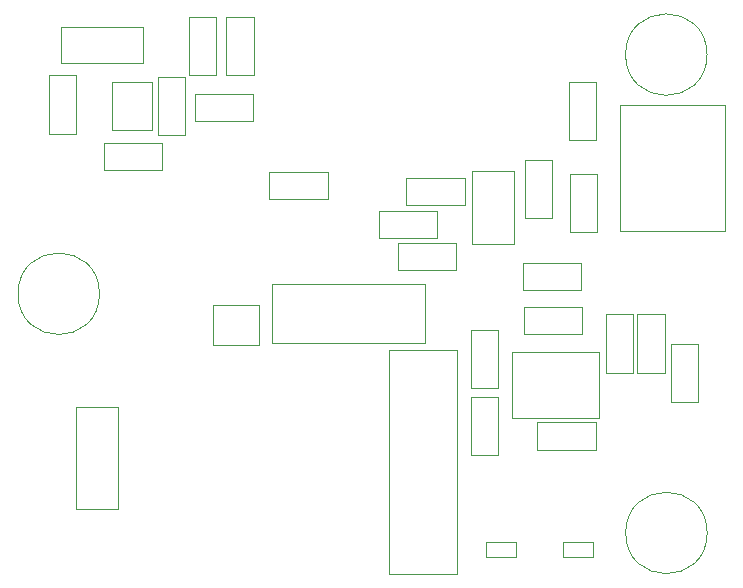
<source format=gbr>
G04 #@! TF.GenerationSoftware,KiCad,Pcbnew,8.0.8*
G04 #@! TF.CreationDate,2025-07-04T19:36:45+02:00*
G04 #@! TF.ProjectId,LaunchControl,4c61756e-6368-4436-9f6e-74726f6c2e6b,rev?*
G04 #@! TF.SameCoordinates,Original*
G04 #@! TF.FileFunction,Other,User*
%FSLAX46Y46*%
G04 Gerber Fmt 4.6, Leading zero omitted, Abs format (unit mm)*
G04 Created by KiCad (PCBNEW 8.0.8) date 2025-07-04 19:36:45*
%MOMM*%
%LPD*%
G01*
G04 APERTURE LIST*
%ADD10C,0.050000*%
G04 APERTURE END LIST*
D10*
G04 #@! TO.C,R6*
X147875000Y-66577500D02*
X150175000Y-66577500D01*
X147875000Y-71537500D02*
X147875000Y-66577500D01*
X150175000Y-66577500D02*
X150175000Y-71537500D01*
X150175000Y-71537500D02*
X147875000Y-71537500D01*
G04 #@! TO.C,H2*
X167850000Y-83800000D02*
G75*
G02*
X160950000Y-83800000I-3450000J0D01*
G01*
X160950000Y-83800000D02*
G75*
G02*
X167850000Y-83800000I3450000J0D01*
G01*
G04 #@! TO.C,J6*
X169380000Y-58220000D02*
X160440000Y-58220000D01*
X160440000Y-47580000D01*
X169380000Y-47580000D01*
X169380000Y-58220000D01*
G04 #@! TO.C,R3*
X147875000Y-72277500D02*
X150175000Y-72277500D01*
X147875000Y-77237500D02*
X147875000Y-72277500D01*
X150175000Y-72277500D02*
X150175000Y-77237500D01*
X150175000Y-77237500D02*
X147875000Y-77237500D01*
G04 #@! TO.C,U2*
X151290000Y-68500000D02*
X151290000Y-74100000D01*
X151290000Y-68500000D02*
X158710000Y-68500000D01*
X151290000Y-74100000D02*
X158710000Y-74100000D01*
X158710000Y-68500000D02*
X158710000Y-74100000D01*
G04 #@! TO.C,J1*
X131000000Y-62700000D02*
X131000000Y-67700000D01*
X131000000Y-67700000D02*
X144000000Y-67700000D01*
X144000000Y-62700000D02*
X131000000Y-62700000D01*
X144000000Y-67700000D02*
X144000000Y-62700000D01*
G04 #@! TO.C,SW1*
X113100000Y-41000000D02*
X113100000Y-44000000D01*
X113100000Y-44000000D02*
X120100000Y-44000000D01*
X120100000Y-41000000D02*
X113100000Y-41000000D01*
X120100000Y-44000000D02*
X120100000Y-41000000D01*
G04 #@! TO.C,R13*
X152450000Y-52192500D02*
X154750000Y-52192500D01*
X152450000Y-57152500D02*
X152450000Y-52192500D01*
X154750000Y-52192500D02*
X154750000Y-57152500D01*
X154750000Y-57152500D02*
X152450000Y-57152500D01*
G04 #@! TO.C,D2*
X152262500Y-60980000D02*
X157162500Y-60980000D01*
X152262500Y-63220000D02*
X152262500Y-60980000D01*
X157162500Y-60980000D02*
X157162500Y-63220000D01*
X157162500Y-63220000D02*
X152262500Y-63220000D01*
G04 #@! TO.C,R11*
X141657500Y-59250000D02*
X146617500Y-59250000D01*
X141657500Y-61550000D02*
X141657500Y-59250000D01*
X146617500Y-59250000D02*
X146617500Y-61550000D01*
X146617500Y-61550000D02*
X141657500Y-61550000D01*
G04 #@! TO.C,D3*
X140950000Y-68310000D02*
X140950000Y-87250000D01*
X140950000Y-87250000D02*
X146650000Y-87250000D01*
X146650000Y-68310000D02*
X140950000Y-68310000D01*
X146650000Y-87250000D02*
X146650000Y-68310000D01*
G04 #@! TO.C,R12*
X140057500Y-56550000D02*
X145017500Y-56550000D01*
X140057500Y-58850000D02*
X140057500Y-56550000D01*
X145017500Y-56550000D02*
X145017500Y-58850000D01*
X145017500Y-58850000D02*
X140057500Y-58850000D01*
G04 #@! TO.C,R9*
X130757500Y-53250000D02*
X135717500Y-53250000D01*
X130757500Y-55550000D02*
X130757500Y-53250000D01*
X135717500Y-53250000D02*
X135717500Y-55550000D01*
X135717500Y-55550000D02*
X130757500Y-55550000D01*
G04 #@! TO.C,Q1*
X126042499Y-64499999D02*
X126042499Y-67900001D01*
X126042499Y-67900001D02*
X129882499Y-67900001D01*
X129882499Y-64499999D02*
X126042499Y-64499999D01*
X129882499Y-67900001D02*
X129882499Y-64499999D01*
G04 #@! TO.C,C6*
X156255000Y-53392500D02*
X158555000Y-53392500D01*
X156255000Y-58352500D02*
X156255000Y-53392500D01*
X158555000Y-53392500D02*
X158555000Y-58352500D01*
X158555000Y-58352500D02*
X156255000Y-58352500D01*
G04 #@! TO.C,C4*
X116757500Y-50750000D02*
X121717500Y-50750000D01*
X116757500Y-53050000D02*
X116757500Y-50750000D01*
X121717500Y-50750000D02*
X121717500Y-53050000D01*
X121717500Y-53050000D02*
X116757500Y-53050000D01*
G04 #@! TO.C,R2*
X159250000Y-65282500D02*
X161550000Y-65282500D01*
X159250000Y-70242500D02*
X159250000Y-65282500D01*
X161550000Y-65282500D02*
X161550000Y-70242500D01*
X161550000Y-70242500D02*
X159250000Y-70242500D01*
G04 #@! TO.C,J2*
X147900000Y-53160000D02*
X147900000Y-59310000D01*
X147900000Y-59310000D02*
X151500000Y-59310000D01*
X151500000Y-53160000D02*
X147900000Y-53160000D01*
X151500000Y-59310000D02*
X151500000Y-53160000D01*
G04 #@! TO.C,J5*
X114450000Y-81800000D02*
X114450001Y-73150000D01*
X114450001Y-73150000D02*
X118000000Y-73150000D01*
X118000000Y-73150000D02*
X118000000Y-81800000D01*
X118000000Y-81800000D02*
X114450000Y-81800000D01*
G04 #@! TO.C,R5*
X124457500Y-46650000D02*
X129417500Y-46650000D01*
X124457500Y-48950000D02*
X124457500Y-46650000D01*
X129417500Y-46650000D02*
X129417500Y-48950000D01*
X129417500Y-48950000D02*
X124457500Y-48950000D01*
G04 #@! TO.C,R10*
X142357500Y-53750000D02*
X147317500Y-53750000D01*
X142357500Y-56050000D02*
X142357500Y-53750000D01*
X147317500Y-53750000D02*
X147317500Y-56050000D01*
X147317500Y-56050000D02*
X142357500Y-56050000D01*
G04 #@! TO.C,J3*
X149130000Y-84570000D02*
X149130000Y-85830000D01*
X149130000Y-85830000D02*
X151670000Y-85830000D01*
X151670000Y-84570000D02*
X149130000Y-84570000D01*
X151670000Y-85830000D02*
X151670000Y-84570000D01*
G04 #@! TO.C,R4*
X164750000Y-67782500D02*
X167050000Y-67782500D01*
X164750000Y-72742500D02*
X164750000Y-67782500D01*
X167050000Y-67782500D02*
X167050000Y-72742500D01*
X167050000Y-72742500D02*
X164750000Y-72742500D01*
G04 #@! TO.C,R1*
X112150000Y-45057500D02*
X114450000Y-45057500D01*
X112150000Y-50017500D02*
X112150000Y-45057500D01*
X114450000Y-45057500D02*
X114450000Y-50017500D01*
X114450000Y-50017500D02*
X112150000Y-50017500D01*
G04 #@! TO.C,C1*
X153482500Y-74445000D02*
X158442500Y-74445000D01*
X153482500Y-76745000D02*
X153482500Y-74445000D01*
X158442500Y-74445000D02*
X158442500Y-76745000D01*
X158442500Y-76745000D02*
X153482500Y-76745000D01*
G04 #@! TO.C,C2*
X123950000Y-40082500D02*
X126250000Y-40082500D01*
X123950000Y-45042500D02*
X123950000Y-40082500D01*
X126250000Y-40082500D02*
X126250000Y-45042500D01*
X126250000Y-45042500D02*
X123950000Y-45042500D01*
G04 #@! TO.C,H3*
X116400000Y-63550000D02*
G75*
G02*
X109500000Y-63550000I-3450000J0D01*
G01*
X109500000Y-63550000D02*
G75*
G02*
X116400000Y-63550000I3450000J0D01*
G01*
G04 #@! TO.C,J4*
X155630000Y-84570000D02*
X155630000Y-85830000D01*
X155630000Y-85830000D02*
X158170000Y-85830000D01*
X158170000Y-84570000D02*
X155630000Y-84570000D01*
X158170000Y-85830000D02*
X158170000Y-84570000D01*
G04 #@! TO.C,R7*
X161950000Y-65282500D02*
X164250000Y-65282500D01*
X161950000Y-70242500D02*
X161950000Y-65282500D01*
X164250000Y-65282500D02*
X164250000Y-70242500D01*
X164250000Y-70242500D02*
X161950000Y-70242500D01*
G04 #@! TO.C,C3*
X127150000Y-40082500D02*
X129450000Y-40082500D01*
X127150000Y-45042500D02*
X127150000Y-40082500D01*
X129450000Y-40082500D02*
X129450000Y-45042500D01*
X129450000Y-45042500D02*
X127150000Y-45042500D01*
G04 #@! TO.C,C5*
X121350000Y-45157500D02*
X123650000Y-45157500D01*
X121350000Y-50117500D02*
X121350000Y-45157500D01*
X123650000Y-45157500D02*
X123650000Y-50117500D01*
X123650000Y-50117500D02*
X121350000Y-50117500D01*
G04 #@! TO.C,U1*
X117450001Y-45587501D02*
X117450001Y-49687499D01*
X117450001Y-49687499D02*
X120850001Y-49687499D01*
X120850001Y-45587501D02*
X117450001Y-45587501D01*
X120850001Y-49687499D02*
X120850001Y-45587501D01*
G04 #@! TO.C,R14*
X156155000Y-45592500D02*
X158455000Y-45592500D01*
X156155000Y-50552500D02*
X156155000Y-45592500D01*
X158455000Y-45592500D02*
X158455000Y-50552500D01*
X158455000Y-50552500D02*
X156155000Y-50552500D01*
G04 #@! TO.C,D1*
X152362500Y-64680000D02*
X157262500Y-64680000D01*
X152362500Y-66920000D02*
X152362500Y-64680000D01*
X157262500Y-64680000D02*
X157262500Y-66920000D01*
X157262500Y-66920000D02*
X152362500Y-66920000D01*
G04 #@! TO.C,H1*
X167837951Y-43300000D02*
G75*
G02*
X160937951Y-43300000I-3450000J0D01*
G01*
X160937951Y-43300000D02*
G75*
G02*
X167837951Y-43300000I3450000J0D01*
G01*
G04 #@! TD*
M02*

</source>
